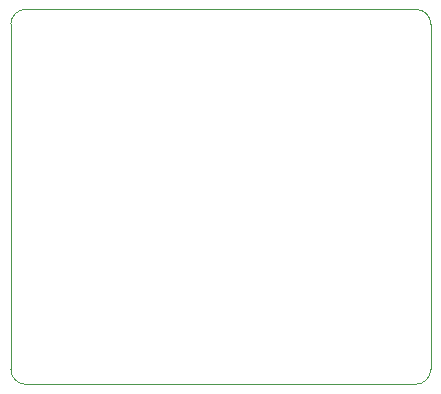
<source format=gbr>
%TF.GenerationSoftware,KiCad,Pcbnew,(5.1.12)-1*%
%TF.CreationDate,2022-06-22T11:17:58+02:00*%
%TF.ProjectId,ai-thinker-vc01,61692d74-6869-46e6-9b65-722d76633031,rev?*%
%TF.SameCoordinates,Original*%
%TF.FileFunction,Profile,NP*%
%FSLAX46Y46*%
G04 Gerber Fmt 4.6, Leading zero omitted, Abs format (unit mm)*
G04 Created by KiCad (PCBNEW (5.1.12)-1) date 2022-06-22 11:17:58*
%MOMM*%
%LPD*%
G01*
G04 APERTURE LIST*
%TA.AperFunction,Profile*%
%ADD10C,0.050000*%
%TD*%
G04 APERTURE END LIST*
D10*
X151130000Y-74930000D02*
G75*
G02*
X152400000Y-76200000I0J-1270000D01*
G01*
X152400000Y-105410000D02*
G75*
G02*
X151130000Y-106680000I-1270000J0D01*
G01*
X118110000Y-106680000D02*
G75*
G02*
X116840000Y-105410000I0J1270000D01*
G01*
X116840000Y-76200000D02*
G75*
G02*
X118110000Y-74930000I1270000J0D01*
G01*
X116840000Y-105410000D02*
X116840000Y-76200000D01*
X151130000Y-106680000D02*
X118110000Y-106680000D01*
X152400000Y-76200000D02*
X152400000Y-105410000D01*
X118110000Y-74930000D02*
X151130000Y-74930000D01*
M02*

</source>
